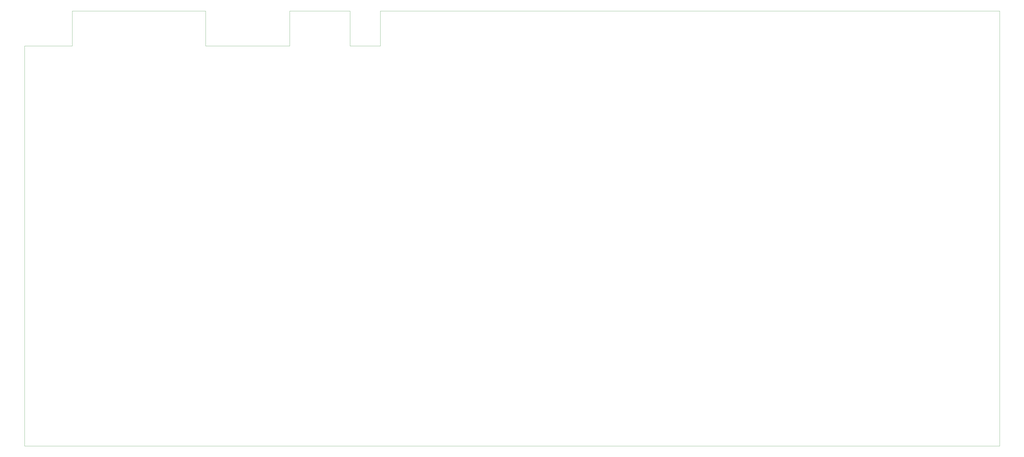
<source format=gbr>
%TF.GenerationSoftware,KiCad,Pcbnew,(6.0.6)*%
%TF.CreationDate,2022-08-30T12:21:23+02:00*%
%TF.ProjectId,Z80AllInOne,5a383041-6c6c-4496-9e4f-6e652e6b6963,rev?*%
%TF.SameCoordinates,Original*%
%TF.FileFunction,Profile,NP*%
%FSLAX46Y46*%
G04 Gerber Fmt 4.6, Leading zero omitted, Abs format (unit mm)*
G04 Created by KiCad (PCBNEW (6.0.6)) date 2022-08-30 12:21:23*
%MOMM*%
%LPD*%
G01*
G04 APERTURE LIST*
%TA.AperFunction,Profile*%
%ADD10C,0.100000*%
%TD*%
G04 APERTURE END LIST*
D10*
X13970000Y-45720000D02*
X13970000Y-205740000D01*
X144145000Y-45720000D02*
X144145000Y-31750000D01*
X120015000Y-45720000D02*
X120015000Y-31750000D01*
X86360000Y-45720000D02*
X120015000Y-45720000D01*
X156210000Y-45720000D02*
X144145000Y-45720000D01*
X86360000Y-33020000D02*
X86360000Y-45720000D01*
X403860000Y-31750000D02*
X156210000Y-31750000D01*
X33020000Y-45720000D02*
X33020000Y-31750000D01*
X403860000Y-31750000D02*
X403860000Y-205740000D01*
X86360000Y-31750000D02*
X86360000Y-33020000D01*
X156210000Y-31750000D02*
X156210000Y-45720000D01*
X144145000Y-31750000D02*
X120015000Y-31750000D01*
X13970000Y-205740000D02*
X403860000Y-205740000D01*
X13970000Y-45720000D02*
X33020000Y-45720000D01*
X33020000Y-31750000D02*
X86360000Y-31750000D01*
M02*

</source>
